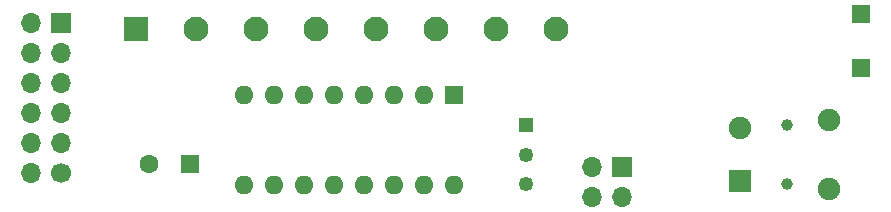
<source format=gbr>
%TF.GenerationSoftware,KiCad,Pcbnew,7.0.5*%
%TF.CreationDate,2024-01-04T17:18:44+09:00*%
%TF.ProjectId,Pmod_ADC,506d6f64-5f41-4444-932e-6b696361645f,rev?*%
%TF.SameCoordinates,Original*%
%TF.FileFunction,Soldermask,Bot*%
%TF.FilePolarity,Negative*%
%FSLAX46Y46*%
G04 Gerber Fmt 4.6, Leading zero omitted, Abs format (unit mm)*
G04 Created by KiCad (PCBNEW 7.0.5) date 2024-01-04 17:18:44*
%MOMM*%
%LPD*%
G01*
G04 APERTURE LIST*
%ADD10R,1.600000X1.600000*%
%ADD11O,1.600000X1.600000*%
%ADD12R,1.700000X1.700000*%
%ADD13O,1.700000X1.700000*%
%ADD14R,1.500000X1.500000*%
%ADD15C,1.000000*%
%ADD16R,1.900000X1.900000*%
%ADD17C,1.900000*%
%ADD18R,1.251000X1.251000*%
%ADD19C,1.251000*%
%ADD20C,1.600000*%
%ADD21C,1.700000*%
%ADD22R,2.100000X2.100000*%
%ADD23C,2.100000*%
G04 APERTURE END LIST*
D10*
%TO.C,U1*%
X182611000Y-91450000D03*
D11*
X180071000Y-91450000D03*
X177531000Y-91450000D03*
X174991000Y-91450000D03*
X172451000Y-91450000D03*
X169911000Y-91450000D03*
X167371000Y-91450000D03*
X164831000Y-91450000D03*
X164831000Y-99070000D03*
X167371000Y-99070000D03*
X169911000Y-99070000D03*
X172451000Y-99070000D03*
X174991000Y-99070000D03*
X177531000Y-99070000D03*
X180071000Y-99070000D03*
X182611000Y-99070000D03*
%TD*%
D12*
%TO.C,J5*%
X196855000Y-97531000D03*
D13*
X196855000Y-100071000D03*
X194315000Y-97531000D03*
X194315000Y-100071000D03*
%TD*%
D14*
%TO.C,TP1*%
X217043000Y-84582000D03*
%TD*%
D15*
%TO.C,J2*%
X210820000Y-98980000D03*
X210820000Y-93980000D03*
D16*
X206820000Y-98730000D03*
D17*
X206820000Y-94230000D03*
X214320000Y-99380000D03*
X214320000Y-93580000D03*
%TD*%
D14*
%TO.C,TP2*%
X217043000Y-89154000D03*
%TD*%
D18*
%TO.C,RV1*%
X188722000Y-94020000D03*
D19*
X188722000Y-96520000D03*
X188722000Y-99020000D03*
%TD*%
D10*
%TO.C,C1*%
X160284151Y-97282000D03*
D20*
X156784151Y-97282000D03*
%TD*%
D12*
%TO.C,J1*%
X149352000Y-85344000D03*
D13*
X149352000Y-87884000D03*
X149352000Y-90424000D03*
X149352000Y-92964000D03*
X149352000Y-95504000D03*
D21*
X149352000Y-98044000D03*
D13*
X146812000Y-85344000D03*
X146812000Y-87884000D03*
X146812000Y-90424000D03*
X146812000Y-92964000D03*
X146812000Y-95504000D03*
X146812000Y-98044000D03*
%TD*%
D22*
%TO.C,J4*%
X155702000Y-85852000D03*
D23*
X160782000Y-85852000D03*
X165862000Y-85852000D03*
X170942000Y-85852000D03*
X176022000Y-85852000D03*
X181102000Y-85852000D03*
X186182000Y-85852000D03*
X191262000Y-85852000D03*
%TD*%
M02*

</source>
